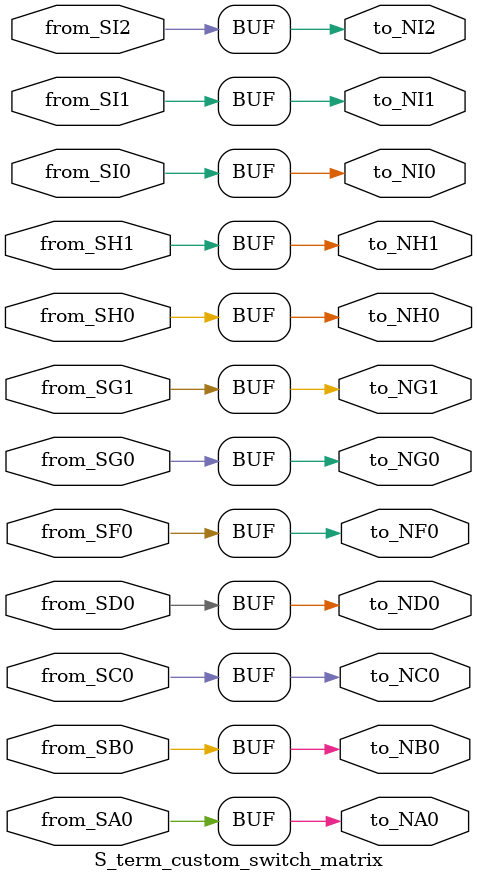
<source format=v>
module S_term_custom_switch_matrix
    #(
        parameter NoConfigBits=0
    )
    (
        input from_SA0,
        input from_SB0,
        input from_SC0,
        input from_SD0,
        input from_SF0,
        input from_SG0,
        input from_SG1,
        input from_SH0,
        input from_SH1,
        input from_SI0,
        input from_SI1,
        input from_SI2,
        output to_NA0,
        output to_NB0,
        output to_NC0,
        output to_ND0,
        output to_NF0,
        output to_NG0,
        output to_NG1,
        output to_NH0,
        output to_NH1,
        output to_NI0,
        output to_NI1,
        output to_NI2
 //global
);
parameter GND0 = 1'b0;
parameter GND = 1'b0;
parameter VCC0 = 1'b1;
parameter VCC = 1'b1;
parameter VDD0 = 1'b1;
parameter VDD = 1'b1;

wire[1-1:0] to_NA0_input;
wire[1-1:0] to_NB0_input;
wire[1-1:0] to_NC0_input;
wire[1-1:0] to_ND0_input;
wire[1-1:0] to_NF0_input;
wire[1-1:0] to_NG0_input;
wire[1-1:0] to_NG1_input;
wire[1-1:0] to_NH0_input;
wire[1-1:0] to_NH1_input;
wire[1-1:0] to_NI0_input;
wire[1-1:0] to_NI1_input;
wire[1-1:0] to_NI2_input;
 //The configuration bits (if any) are just a long shift register
 //This shift register is padded to an even number of flops/latches
 //switch matrix multiplexer to_NA0 MUX-1
assign to_NA0 = from_SA0;

 //switch matrix multiplexer to_NB0 MUX-1
assign to_NB0 = from_SB0;

 //switch matrix multiplexer to_NC0 MUX-1
assign to_NC0 = from_SC0;

 //switch matrix multiplexer to_ND0 MUX-1
assign to_ND0 = from_SD0;

 //switch matrix multiplexer to_NF0 MUX-1
assign to_NF0 = from_SF0;

 //switch matrix multiplexer to_NG0 MUX-1
assign to_NG0 = from_SG0;

 //switch matrix multiplexer to_NG1 MUX-1
assign to_NG1 = from_SG1;

 //switch matrix multiplexer to_NH0 MUX-1
assign to_NH0 = from_SH0;

 //switch matrix multiplexer to_NH1 MUX-1
assign to_NH1 = from_SH1;

 //switch matrix multiplexer to_NI0 MUX-1
assign to_NI0 = from_SI0;

 //switch matrix multiplexer to_NI1 MUX-1
assign to_NI1 = from_SI1;

 //switch matrix multiplexer to_NI2 MUX-1
assign to_NI2 = from_SI2;

endmodule
</source>
